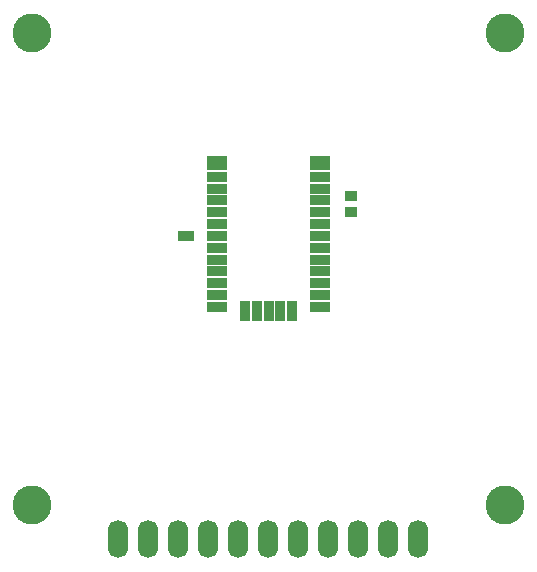
<source format=gts>
G04 Layer_Color=20142*
%FSLAX25Y25*%
%MOIN*%
G70*
G01*
G75*
%ADD19R,0.02769X0.03753*%
%ADD20O,0.06706X0.12611*%
%ADD21R,0.04343X0.03556*%
%ADD22R,0.06706X0.03556*%
%ADD23R,0.06706X0.04737*%
%ADD24R,0.03556X0.06706*%
%ADD25C,0.13005*%
D19*
X69587Y109252D02*
D03*
X72146D02*
D03*
D20*
X108189Y8268D02*
D03*
X148189D02*
D03*
X138189D02*
D03*
X128189D02*
D03*
X48189D02*
D03*
X118189D02*
D03*
X58189D02*
D03*
X68189D02*
D03*
X78189D02*
D03*
X98189Y8268D02*
D03*
X88189D02*
D03*
D21*
X125984Y117520D02*
D03*
Y122638D02*
D03*
D22*
X115748Y85827D02*
D03*
Y89764D02*
D03*
Y93701D02*
D03*
Y97638D02*
D03*
Y101575D02*
D03*
Y105512D02*
D03*
Y109449D02*
D03*
Y113386D02*
D03*
Y117323D02*
D03*
Y121260D02*
D03*
Y125197D02*
D03*
Y129134D02*
D03*
X81102D02*
D03*
Y125197D02*
D03*
Y121260D02*
D03*
Y117323D02*
D03*
Y113386D02*
D03*
Y109449D02*
D03*
Y105512D02*
D03*
Y101575D02*
D03*
Y97638D02*
D03*
Y93701D02*
D03*
Y89764D02*
D03*
Y85827D02*
D03*
D23*
X115748Y133661D02*
D03*
X81102D02*
D03*
D24*
X90551Y84252D02*
D03*
X94488D02*
D03*
X98425D02*
D03*
X102362D02*
D03*
X106299D02*
D03*
D25*
X19685Y19685D02*
D03*
X177165D02*
D03*
Y177165D02*
D03*
X19685D02*
D03*
M02*

</source>
